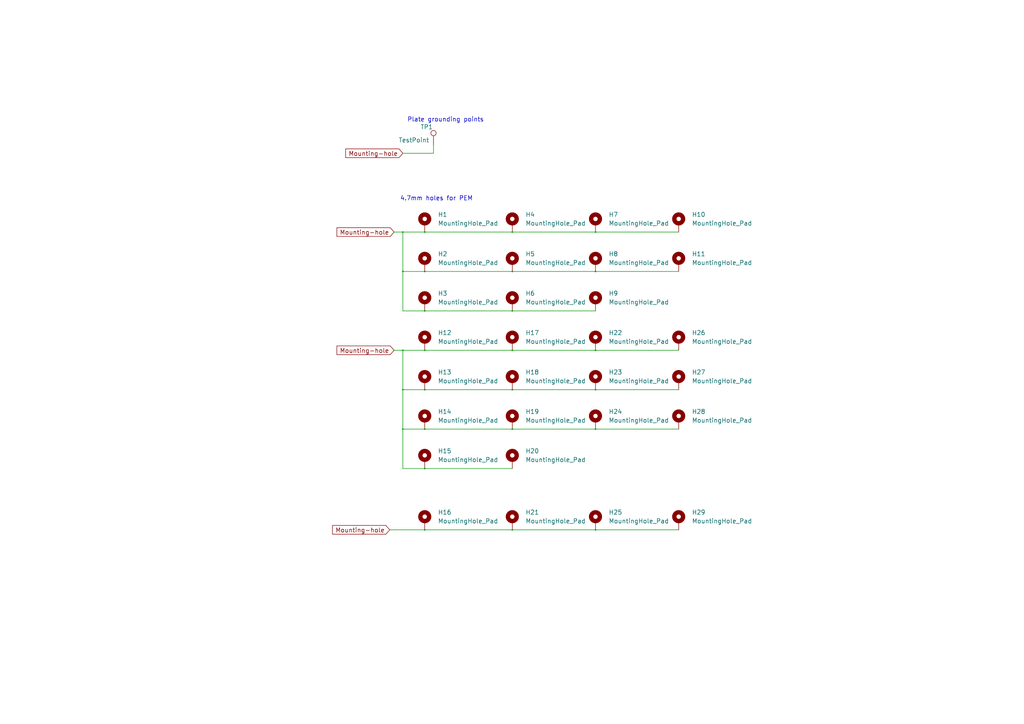
<source format=kicad_sch>
(kicad_sch (version 20211123) (generator eeschema)
  (paper "A4")
  (lib_symbols
    (symbol "Connector:TestPoint" (pin_numbers hide) (pin_names (offset 0.762) hide)
      (property "Reference" "TP" (at 0 6.858 0))
      (property "Value" "TestPoint" (at 0 5.08 0))
      (symbol "TestPoint_0_1"
        (circle (center 0 3.302) (radius 0.762))
      )
      (symbol "TestPoint_1_1"
        (pin passive line (at 0 0 90) (length 2.54) (name "1") (number "1"))
      )
    )
    (symbol "Mechanical:MountingHole_Pad" (pin_numbers hide) (pin_names hide)
      (property "Reference" "H" (at 0 6.35 0))
      (property "Value" "MountingHole_Pad" (at 0 4.445 0))
      (symbol "MountingHole_Pad_0_1"
        (circle (center 0 1.27) (radius 1.27) (stroke (width 1.27)))
      )
      (symbol "MountingHole_Pad_1_1"
        (pin input line (at 0 -2.54 90) (length 2.54) (name "1") (number "1"))
      )
    )
  )
  (junction (at 148.59 153.67) (diameter 0.3048))
  (junction (at 172.72 113.03) (diameter 0.3048))
  (junction (at 172.72 153.67) (diameter 0.3048))
  (junction (at 123.19 101.6) (diameter 0.3048))
  (junction (at 123.19 135.89) (diameter 0.3048))
  (junction (at 123.19 124.46) (diameter 0.3048))
  (junction (at 148.59 67.31) (diameter 0.3048))
  (junction (at 123.19 78.74) (diameter 0.3048))
  (junction (at 172.72 67.31) (diameter 0.3048))
  (junction (at 172.72 101.6) (diameter 0.3048))
  (junction (at 148.59 90.17) (diameter 0.3048))
  (junction (at 148.59 101.6) (diameter 0.3048))
  (junction (at 123.19 113.03) (diameter 0.3048))
  (junction (at 172.72 78.74) (diameter 0.3048))
  (junction (at 123.19 67.31) (diameter 0.3048))
  (junction (at 116.84 78.74) (diameter 0.3048))
  (junction (at 116.84 124.46) (diameter 0.3048))
  (junction (at 116.84 67.31) (diameter 0.3048))
  (junction (at 148.59 113.03) (diameter 0.3048))
  (junction (at 116.84 113.03) (diameter 0.3048))
  (junction (at 123.19 90.17) (diameter 0.3048))
  (junction (at 148.59 124.46) (diameter 0.3048))
  (junction (at 148.59 78.74) (diameter 0.3048))
  (junction (at 172.72 124.46) (diameter 0.3048))
  (junction (at 123.19 153.67) (diameter 0.3048))
  (junction (at 116.84 101.6) (diameter 0.3048))
  (wire (pts (xy 172.72 113.03) (xy 148.59 113.03)))
  (wire (pts (xy 172.72 101.6) (xy 148.59 101.6)))
  (wire (pts (xy 116.84 44.45) (xy 125.73 44.45)))
  (wire (pts (xy 125.73 41.91) (xy 125.73 44.45)))
  (wire (pts (xy 113.03 153.67) (xy 123.19 153.67)))
  (wire (pts (xy 116.84 135.89) (xy 116.84 124.46)))
  (wire (pts (xy 148.59 90.17) (xy 123.19 90.17)))
  (wire (pts (xy 196.85 78.74) (xy 172.72 78.74)))
  (wire (pts (xy 123.19 90.17) (xy 116.84 90.17)))
  (wire (pts (xy 116.84 67.31) (xy 123.19 67.31)))
  (wire (pts (xy 123.19 135.89) (xy 116.84 135.89)))
  (wire (pts (xy 114.3 101.6) (xy 116.84 101.6)))
  (wire (pts (xy 123.19 101.6) (xy 116.84 101.6)))
  (wire (pts (xy 172.72 90.17) (xy 148.59 90.17)))
  (wire (pts (xy 172.72 124.46) (xy 148.59 124.46)))
  (wire (pts (xy 196.85 153.67) (xy 172.72 153.67)))
  (wire (pts (xy 123.19 113.03) (xy 116.84 113.03)))
  (wire (pts (xy 114.3 67.31) (xy 116.84 67.31)))
  (wire (pts (xy 148.59 113.03) (xy 123.19 113.03)))
  (wire (pts (xy 148.59 101.6) (xy 123.19 101.6)))
  (wire (pts (xy 172.72 78.74) (xy 148.59 78.74)))
  (wire (pts (xy 172.72 153.67) (xy 148.59 153.67)))
  (wire (pts (xy 123.19 78.74) (xy 116.84 78.74)))
  (wire (pts (xy 123.19 124.46) (xy 116.84 124.46)))
  (wire (pts (xy 148.59 67.31) (xy 172.72 67.31)))
  (wire (pts (xy 123.19 67.31) (xy 148.59 67.31)))
  (wire (pts (xy 172.72 67.31) (xy 196.85 67.31)))
  (wire (pts (xy 148.59 153.67) (xy 123.19 153.67)))
  (wire (pts (xy 148.59 135.89) (xy 123.19 135.89)))
  (wire (pts (xy 196.85 113.03) (xy 172.72 113.03)))
  (wire (pts (xy 148.59 78.74) (xy 123.19 78.74)))
  (wire (pts (xy 116.84 78.74) (xy 116.84 67.31)))
  (wire (pts (xy 116.84 90.17) (xy 116.84 78.74)))
  (wire (pts (xy 148.59 124.46) (xy 123.19 124.46)))
  (wire (pts (xy 116.84 124.46) (xy 116.84 113.03)))
  (wire (pts (xy 116.84 113.03) (xy 116.84 101.6)))
  (wire (pts (xy 196.85 101.6) (xy 172.72 101.6)))
  (wire (pts (xy 196.85 124.46) (xy 172.72 124.46)))
  (text "4.7mm holes for PEM" (at 137.16 58.42 180) (effects (font (size 1.27 1.27)) (justify right bottom)))
  (text "Plate grounding points" (at 118.11 35.56 0) (effects (font (size 1.27 1.27)) (justify left bottom)))
  (global_label "Mounting-hole" (shape input) (at 114.3 67.31 180) (property "Intersheet References" "${INTERSHEET_REFS}" (effects hide)))
  (global_label "Mounting-hole" (shape input) (at 114.3 101.6 180) (property "Intersheet References" "${INTERSHEET_REFS}" (effects hide)))
  (global_label "Mounting-hole" (shape input) (at 116.84 44.45 180) (property "Intersheet References" "${INTERSHEET_REFS}" (effects hide)))
  (global_label "Mounting-hole" (shape input) (at 113.03 153.67 180) (property "Intersheet References" "${INTERSHEET_REFS}" (effects hide)))
  (symbol (lib_id "Mechanical:MountingHole_Pad") (at 196.85 151.13 0) (unit 1)
    (property "Reference" "H29" (at 200.66 148.59 0) (effects (justify left)))
    (property "Value" "MountingHole_Pad" (at 200.66 151.13 0) (effects (justify left)))
    (property "Footprint" "MountingHole:MountingHole_5.3mm_M5_DIN965_Pad" (effects hide))
  )
  (symbol (lib_id "Mechanical:MountingHole_Pad") (at 123.19 87.63 0) (unit 1)
    (property "Reference" "H3" (at 127 85.09 0) (effects (justify left)))
    (property "Value" "MountingHole_Pad" (at 127 87.63 0) (effects (justify left)))
    (property "Footprint" "Boston-3DP-plate-library:PEM-KF2-M3-ET_(solder-in)" (effects hide))
  )
  (symbol (lib_id "Mechanical:MountingHole_Pad") (at 196.85 76.2 0) (unit 1)
    (property "Reference" "H11" (at 200.66 73.66 0) (effects (justify left)))
    (property "Value" "MountingHole_Pad" (at 200.66 76.2 0) (effects (justify left)))
    (property "Footprint" "Boston-3DP-plate-library:PEM-KF2-M3-ET_(solder-in)" (effects hide))
  )
  (symbol (lib_id "Mechanical:MountingHole_Pad") (at 148.59 99.06 0) (unit 1)
    (property "Reference" "H17" (at 152.4 96.52 0) (effects (justify left)))
    (property "Value" "MountingHole_Pad" (at 152.4 99.06 0) (effects (justify left)))
    (property "Footprint" "MountingHole:MountingHole_2.2mm_M2_Pad" (effects hide))
  )
  (symbol (lib_id "Mechanical:MountingHole_Pad") (at 148.59 133.35 0) (unit 1)
    (property "Reference" "H20" (at 152.4 130.81 0) (effects (justify left)))
    (property "Value" "MountingHole_Pad" (at 152.4 133.35 0) (effects (justify left)))
    (property "Footprint" "MountingHole:MountingHole_2.2mm_M2_Pad" (effects hide))
  )
  (symbol (lib_id "Connector:TestPoint") (at 125.73 41.91 0) (unit 1)
    (property "Reference" "TP1" (at 121.92 36.83 0) (effects (justify left)))
    (property "Value" "TestPoint" (at 115.57 40.64 0) (effects (justify left)))
    (property "Footprint" "Boston-3DP-plate-library:Pad-4x10mm" (effects hide))
  )
  (symbol (lib_id "Mechanical:MountingHole_Pad") (at 172.72 151.13 0) (unit 1)
    (property "Reference" "H25" (at 176.53 148.59 0) (effects (justify left)))
    (property "Value" "MountingHole_Pad" (at 176.53 151.13 0) (effects (justify left)))
    (property "Footprint" "MountingHole:MountingHole_2.2mm_M2_Pad" (effects hide))
  )
  (symbol (lib_id "Mechanical:MountingHole_Pad") (at 148.59 87.63 0) (unit 1)
    (property "Reference" "H6" (at 152.4 85.09 0) (effects (justify left)))
    (property "Value" "MountingHole_Pad" (at 152.4 87.63 0) (effects (justify left)))
    (property "Footprint" "Boston-3DP-plate-library:PEM-KF2-M3-ET_(solder-in)" (effects hide))
  )
  (symbol (lib_id "Mechanical:MountingHole_Pad") (at 123.19 64.77 0) (unit 1)
    (property "Reference" "H1" (at 127 62.23 0) (effects (justify left)))
    (property "Value" "MountingHole_Pad" (at 127 64.77 0) (effects (justify left)))
    (property "Footprint" "Boston-3DP-plate-library:PEM-KF2-M3-ET_(solder-in)" (effects hide))
  )
  (symbol (lib_id "Mechanical:MountingHole_Pad") (at 148.59 76.2 0) (unit 1)
    (property "Reference" "H5" (at 152.4 73.66 0) (effects (justify left)))
    (property "Value" "MountingHole_Pad" (at 152.4 76.2 0) (effects (justify left)))
    (property "Footprint" "Boston-3DP-plate-library:PEM-KF2-M3-ET_(solder-in)" (effects hide))
  )
  (symbol (lib_id "Mechanical:MountingHole_Pad") (at 172.72 64.77 0) (unit 1)
    (property "Reference" "H7" (at 176.53 62.23 0) (effects (justify left)))
    (property "Value" "MountingHole_Pad" (at 176.53 64.77 0) (effects (justify left)))
    (property "Footprint" "Boston-3DP-plate-library:PEM-KF2-M3-ET_(solder-in)" (effects hide))
  )
  (symbol (lib_id "Mechanical:MountingHole_Pad") (at 123.19 99.06 0) (unit 1)
    (property "Reference" "H12" (at 127 96.52 0) (effects (justify left)))
    (property "Value" "MountingHole_Pad" (at 127 99.06 0) (effects (justify left)))
    (property "Footprint" "MountingHole:MountingHole_2.2mm_M2_Pad" (effects hide))
  )
  (symbol (lib_id "Mechanical:MountingHole_Pad") (at 172.72 99.06 0) (unit 1)
    (property "Reference" "H22" (at 176.53 96.52 0) (effects (justify left)))
    (property "Value" "MountingHole_Pad" (at 176.53 99.06 0) (effects (justify left)))
    (property "Footprint" "MountingHole:MountingHole_2.2mm_M2_Pad" (effects hide))
  )
  (symbol (lib_id "Mechanical:MountingHole_Pad") (at 196.85 64.77 0) (unit 1)
    (property "Reference" "H10" (at 200.66 62.23 0) (effects (justify left)))
    (property "Value" "MountingHole_Pad" (at 200.66 64.77 0) (effects (justify left)))
    (property "Footprint" "Boston-3DP-plate-library:PEM-KF2-M3-ET_(solder-in)" (effects hide))
  )
  (symbol (lib_id "Mechanical:MountingHole_Pad") (at 172.72 87.63 0) (unit 1)
    (property "Reference" "H9" (at 176.53 85.09 0) (effects (justify left)))
    (property "Value" "MountingHole_Pad" (at 176.53 87.63 0) (effects (justify left)))
    (property "Footprint" "Boston-3DP-plate-library:PEM-KF2-M3-ET_(solder-in)" (effects hide))
  )
  (symbol (lib_id "Mechanical:MountingHole_Pad") (at 148.59 121.92 0) (unit 1)
    (property "Reference" "H19" (at 152.4 119.38 0) (effects (justify left)))
    (property "Value" "MountingHole_Pad" (at 152.4 121.92 0) (effects (justify left)))
    (property "Footprint" "MountingHole:MountingHole_2.2mm_M2_Pad" (effects hide))
  )
  (symbol (lib_id "Mechanical:MountingHole_Pad") (at 172.72 76.2 0) (unit 1)
    (property "Reference" "H8" (at 176.53 73.66 0) (effects (justify left)))
    (property "Value" "MountingHole_Pad" (at 176.53 76.2 0) (effects (justify left)))
    (property "Footprint" "Boston-3DP-plate-library:PEM-KF2-M3-ET_(solder-in)" (effects hide))
  )
  (symbol (lib_id "Mechanical:MountingHole_Pad") (at 148.59 110.49 0) (unit 1)
    (property "Reference" "H18" (at 152.4 107.95 0) (effects (justify left)))
    (property "Value" "MountingHole_Pad" (at 152.4 110.49 0) (effects (justify left)))
    (property "Footprint" "MountingHole:MountingHole_2.2mm_M2_Pad" (effects hide))
  )
  (symbol (lib_id "Mechanical:MountingHole_Pad") (at 148.59 64.77 0) (unit 1)
    (property "Reference" "H4" (at 152.4 62.23 0) (effects (justify left)))
    (property "Value" "MountingHole_Pad" (at 152.4 64.77 0) (effects (justify left)))
    (property "Footprint" "Boston-3DP-plate-library:PEM-KF2-M3-ET_(solder-in)" (effects hide))
  )
  (symbol (lib_id "Mechanical:MountingHole_Pad") (at 172.72 121.92 0) (unit 1)
    (property "Reference" "H24" (at 176.53 119.38 0) (effects (justify left)))
    (property "Value" "MountingHole_Pad" (at 176.53 121.92 0) (effects (justify left)))
    (property "Footprint" "MountingHole:MountingHole_2.2mm_M2_Pad" (effects hide))
  )
  (symbol (lib_id "Mechanical:MountingHole_Pad") (at 148.59 151.13 0) (unit 1)
    (property "Reference" "H21" (at 152.4 148.59 0) (effects (justify left)))
    (property "Value" "MountingHole_Pad" (at 152.4 151.13 0) (effects (justify left)))
    (property "Footprint" "MountingHole:MountingHole_2.2mm_M2_Pad" (effects hide))
  )
  (symbol (lib_id "Mechanical:MountingHole_Pad") (at 123.19 133.35 0) (unit 1)
    (property "Reference" "H15" (at 127 130.81 0) (effects (justify left)))
    (property "Value" "MountingHole_Pad" (at 127 133.35 0) (effects (justify left)))
    (property "Footprint" "MountingHole:MountingHole_2.2mm_M2_Pad" (effects hide))
  )
  (symbol (lib_id "Mechanical:MountingHole_Pad") (at 172.72 110.49 0) (unit 1)
    (property "Reference" "H23" (at 176.53 107.95 0) (effects (justify left)))
    (property "Value" "MountingHole_Pad" (at 176.53 110.49 0) (effects (justify left)))
    (property "Footprint" "MountingHole:MountingHole_2.2mm_M2_Pad" (effects hide))
  )
  (symbol (lib_id "Mechanical:MountingHole_Pad") (at 123.19 76.2 0) (unit 1)
    (property "Reference" "H2" (at 127 73.66 0) (effects (justify left)))
    (property "Value" "MountingHole_Pad" (at 127 76.2 0) (effects (justify left)))
    (property "Footprint" "Boston-3DP-plate-library:PEM-KF2-M3-ET_(solder-in)" (effects hide))
  )
  (symbol (lib_id "Mechanical:MountingHole_Pad") (at 123.19 121.92 0) (unit 1)
    (property "Reference" "H14" (at 127 119.38 0) (effects (justify left)))
    (property "Value" "MountingHole_Pad" (at 127 121.92 0) (effects (justify left)))
    (property "Footprint" "MountingHole:MountingHole_2.2mm_M2_Pad" (effects hide))
  )
  (symbol (lib_id "Mechanical:MountingHole_Pad") (at 196.85 121.92 0) (unit 1)
    (property "Reference" "H28" (at 200.66 119.38 0) (effects (justify left)))
    (property "Value" "MountingHole_Pad" (at 200.66 121.92 0) (effects (justify left)))
    (property "Footprint" "MountingHole:MountingHole_5.3mm_M5_DIN965_Pad" (effects hide))
  )
  (symbol (lib_id "Mechanical:MountingHole_Pad") (at 123.19 110.49 0) (unit 1)
    (property "Reference" "H13" (at 127 107.95 0) (effects (justify left)))
    (property "Value" "MountingHole_Pad" (at 127 110.49 0) (effects (justify left)))
    (property "Footprint" "MountingHole:MountingHole_2.2mm_M2_Pad" (effects hide))
  )
  (symbol (lib_id "Mechanical:MountingHole_Pad") (at 196.85 99.06 0) (unit 1)
    (property "Reference" "H26" (at 200.66 96.52 0) (effects (justify left)))
    (property "Value" "MountingHole_Pad" (at 200.66 99.06 0) (effects (justify left)))
    (property "Footprint" "MountingHole:MountingHole_5.3mm_M5_DIN965_Pad" (effects hide))
  )
  (symbol (lib_id "Mechanical:MountingHole_Pad") (at 123.19 151.13 0) (unit 1)
    (property "Reference" "H16" (at 127 148.59 0) (effects (justify left)))
    (property "Value" "MountingHole_Pad" (at 127 151.13 0) (effects (justify left)))
    (property "Footprint" "MountingHole:MountingHole_2.2mm_M2_Pad" (effects hide))
  )
  (symbol (lib_id "Mechanical:MountingHole_Pad") (at 196.85 110.49 0) (unit 1)
    (property "Reference" "H27" (at 200.66 107.95 0) (effects (justify left)))
    (property "Value" "MountingHole_Pad" (at 200.66 110.49 0) (effects (justify left)))
    (property "Footprint" "MountingHole:MountingHole_5.3mm_M5_DIN965_Pad" (effects hide))
  )
)
</source>
